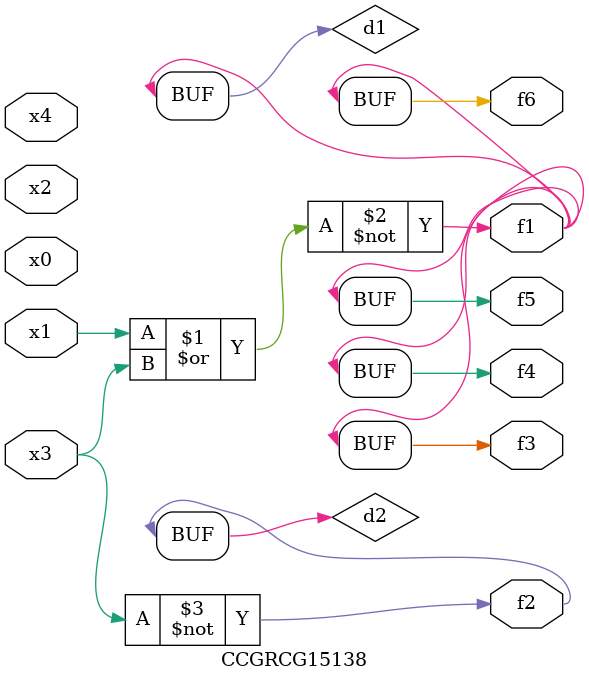
<source format=v>
module CCGRCG15138(
	input x0, x1, x2, x3, x4,
	output f1, f2, f3, f4, f5, f6
);

	wire d1, d2;

	nor (d1, x1, x3);
	not (d2, x3);
	assign f1 = d1;
	assign f2 = d2;
	assign f3 = d1;
	assign f4 = d1;
	assign f5 = d1;
	assign f6 = d1;
endmodule

</source>
